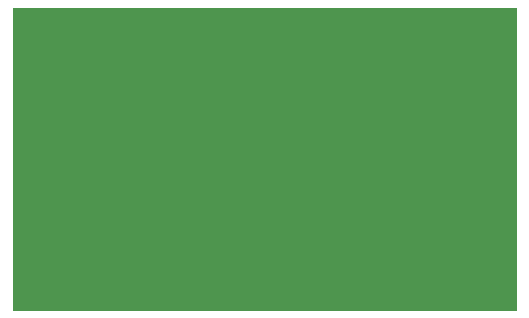
<source format=gbr>
G04 #@! TF.FileFunction,Copper,L2,Bot,Signal*
%FSLAX46Y46*%
G04 Gerber Fmt 4.6, Leading zero omitted, Abs format (unit mm)*
G04 Created by KiCad (PCBNEW 4.0.2+dfsg1-stable) date Qua 18 Mai 2016 08:00:36 BRT*
%MOMM*%
G01*
G04 APERTURE LIST*
%ADD10C,0.100000*%
%ADD11R,4.000000X1.481000*%
%ADD12C,1.500000*%
G04 APERTURE END LIST*
D10*
D11*
X194740000Y-112030500D03*
X194740000Y-106469500D03*
X156210000Y-91199500D03*
X156210000Y-96760500D03*
D12*
X160000000Y-90980000D03*
X169000000Y-96980000D03*
X166000000Y-96980000D03*
X163000000Y-96980000D03*
X160000000Y-96980000D03*
X169000000Y-90980000D03*
X166000000Y-90980000D03*
X163000000Y-90980000D03*
X190000000Y-106250000D03*
X187000000Y-106250000D03*
X184000000Y-106250000D03*
X190000000Y-112250000D03*
X187000000Y-112250000D03*
X160000000Y-90980000D03*
X184000000Y-112250000D03*
D10*
G36*
X196679000Y-114383000D02*
X154095000Y-114383000D01*
X154095000Y-88817000D01*
X196679000Y-88817000D01*
X196679000Y-114383000D01*
X196679000Y-114383000D01*
G37*
X196679000Y-114383000D02*
X154095000Y-114383000D01*
X154095000Y-88817000D01*
X196679000Y-88817000D01*
X196679000Y-114383000D01*
M02*

</source>
